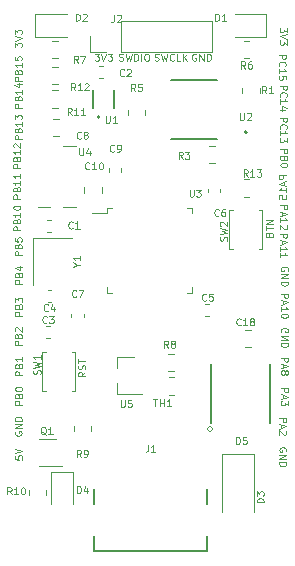
<source format=gbr>
%TF.GenerationSoftware,KiCad,Pcbnew,(5.1.12)-1*%
%TF.CreationDate,2021-12-27T17:53:29+01:00*%
%TF.ProjectId,stm32l-mcu-board,73746d33-326c-42d6-9d63-752d626f6172,rev?*%
%TF.SameCoordinates,Original*%
%TF.FileFunction,Legend,Top*%
%TF.FilePolarity,Positive*%
%FSLAX46Y46*%
G04 Gerber Fmt 4.6, Leading zero omitted, Abs format (unit mm)*
G04 Created by KiCad (PCBNEW (5.1.12)-1) date 2021-12-27 17:53:29*
%MOMM*%
%LPD*%
G01*
G04 APERTURE LIST*
%ADD10C,0.075000*%
%ADD11C,0.120000*%
%ADD12C,0.100000*%
%ADD13C,0.127000*%
%ADD14C,0.200000*%
%ADD15C,0.160000*%
%ADD16C,0.070000*%
G04 APERTURE END LIST*
D10*
X95657142Y-59071428D02*
X96028571Y-59071428D01*
X95828571Y-59300000D01*
X95914285Y-59300000D01*
X95971428Y-59328571D01*
X96000000Y-59357142D01*
X96028571Y-59414285D01*
X96028571Y-59557142D01*
X96000000Y-59614285D01*
X95971428Y-59642857D01*
X95914285Y-59671428D01*
X95742857Y-59671428D01*
X95685714Y-59642857D01*
X95657142Y-59614285D01*
X96200000Y-59071428D02*
X96400000Y-59671428D01*
X96600000Y-59071428D01*
X96742857Y-59071428D02*
X97114285Y-59071428D01*
X96914285Y-59300000D01*
X97000000Y-59300000D01*
X97057142Y-59328571D01*
X97085714Y-59357142D01*
X97114285Y-59414285D01*
X97114285Y-59557142D01*
X97085714Y-59614285D01*
X97057142Y-59642857D01*
X97000000Y-59671428D01*
X96828571Y-59671428D01*
X96771428Y-59642857D01*
X96742857Y-59614285D01*
X97728571Y-59642857D02*
X97814285Y-59671428D01*
X97957142Y-59671428D01*
X98014285Y-59642857D01*
X98042857Y-59614285D01*
X98071428Y-59557142D01*
X98071428Y-59500000D01*
X98042857Y-59442857D01*
X98014285Y-59414285D01*
X97957142Y-59385714D01*
X97842857Y-59357142D01*
X97785714Y-59328571D01*
X97757142Y-59300000D01*
X97728571Y-59242857D01*
X97728571Y-59185714D01*
X97757142Y-59128571D01*
X97785714Y-59100000D01*
X97842857Y-59071428D01*
X97985714Y-59071428D01*
X98071428Y-59100000D01*
X98271428Y-59071428D02*
X98414285Y-59671428D01*
X98528571Y-59242857D01*
X98642857Y-59671428D01*
X98785714Y-59071428D01*
X99014285Y-59671428D02*
X99014285Y-59071428D01*
X99157142Y-59071428D01*
X99242857Y-59100000D01*
X99300000Y-59157142D01*
X99328571Y-59214285D01*
X99357142Y-59328571D01*
X99357142Y-59414285D01*
X99328571Y-59528571D01*
X99300000Y-59585714D01*
X99242857Y-59642857D01*
X99157142Y-59671428D01*
X99014285Y-59671428D01*
X99614285Y-59671428D02*
X99614285Y-59071428D01*
X100014285Y-59071428D02*
X100128571Y-59071428D01*
X100185714Y-59100000D01*
X100242857Y-59157142D01*
X100271428Y-59271428D01*
X100271428Y-59471428D01*
X100242857Y-59585714D01*
X100185714Y-59642857D01*
X100128571Y-59671428D01*
X100014285Y-59671428D01*
X99957142Y-59642857D01*
X99900000Y-59585714D01*
X99871428Y-59471428D01*
X99871428Y-59271428D01*
X99900000Y-59157142D01*
X99957142Y-59100000D01*
X100014285Y-59071428D01*
X100742857Y-59642857D02*
X100828571Y-59671428D01*
X100971428Y-59671428D01*
X101028571Y-59642857D01*
X101057142Y-59614285D01*
X101085714Y-59557142D01*
X101085714Y-59500000D01*
X101057142Y-59442857D01*
X101028571Y-59414285D01*
X100971428Y-59385714D01*
X100857142Y-59357142D01*
X100800000Y-59328571D01*
X100771428Y-59300000D01*
X100742857Y-59242857D01*
X100742857Y-59185714D01*
X100771428Y-59128571D01*
X100800000Y-59100000D01*
X100857142Y-59071428D01*
X101000000Y-59071428D01*
X101085714Y-59100000D01*
X101285714Y-59071428D02*
X101428571Y-59671428D01*
X101542857Y-59242857D01*
X101657142Y-59671428D01*
X101800000Y-59071428D01*
X102371428Y-59614285D02*
X102342857Y-59642857D01*
X102257142Y-59671428D01*
X102200000Y-59671428D01*
X102114285Y-59642857D01*
X102057142Y-59585714D01*
X102028571Y-59528571D01*
X102000000Y-59414285D01*
X102000000Y-59328571D01*
X102028571Y-59214285D01*
X102057142Y-59157142D01*
X102114285Y-59100000D01*
X102200000Y-59071428D01*
X102257142Y-59071428D01*
X102342857Y-59100000D01*
X102371428Y-59128571D01*
X102914285Y-59671428D02*
X102628571Y-59671428D01*
X102628571Y-59071428D01*
X103114285Y-59671428D02*
X103114285Y-59071428D01*
X103457142Y-59671428D02*
X103200000Y-59328571D01*
X103457142Y-59071428D02*
X103114285Y-59414285D01*
X104242857Y-59100000D02*
X104185714Y-59071428D01*
X104100000Y-59071428D01*
X104014285Y-59100000D01*
X103957142Y-59157142D01*
X103928571Y-59214285D01*
X103900000Y-59328571D01*
X103900000Y-59414285D01*
X103928571Y-59528571D01*
X103957142Y-59585714D01*
X104014285Y-59642857D01*
X104100000Y-59671428D01*
X104157142Y-59671428D01*
X104242857Y-59642857D01*
X104271428Y-59614285D01*
X104271428Y-59414285D01*
X104157142Y-59414285D01*
X104528571Y-59671428D02*
X104528571Y-59071428D01*
X104871428Y-59671428D01*
X104871428Y-59071428D01*
X105157142Y-59671428D02*
X105157142Y-59071428D01*
X105300000Y-59071428D01*
X105385714Y-59100000D01*
X105442857Y-59157142D01*
X105471428Y-59214285D01*
X105500000Y-59328571D01*
X105500000Y-59414285D01*
X105471428Y-59528571D01*
X105442857Y-59585714D01*
X105385714Y-59642857D01*
X105300000Y-59671428D01*
X105157142Y-59671428D01*
X110407142Y-74350000D02*
X110435714Y-74264285D01*
X110464285Y-74235714D01*
X110521428Y-74207142D01*
X110607142Y-74207142D01*
X110664285Y-74235714D01*
X110692857Y-74264285D01*
X110721428Y-74321428D01*
X110721428Y-74550000D01*
X110121428Y-74550000D01*
X110121428Y-74350000D01*
X110150000Y-74292857D01*
X110178571Y-74264285D01*
X110235714Y-74235714D01*
X110292857Y-74235714D01*
X110350000Y-74264285D01*
X110378571Y-74292857D01*
X110407142Y-74350000D01*
X110407142Y-74550000D01*
X110121428Y-74035714D02*
X110121428Y-73692857D01*
X110721428Y-73864285D02*
X110121428Y-73864285D01*
X110721428Y-73492857D02*
X110121428Y-73492857D01*
X110721428Y-73150000D01*
X110121428Y-73150000D01*
X94871428Y-86028571D02*
X94585714Y-86228571D01*
X94871428Y-86371428D02*
X94271428Y-86371428D01*
X94271428Y-86142857D01*
X94300000Y-86085714D01*
X94328571Y-86057142D01*
X94385714Y-86028571D01*
X94471428Y-86028571D01*
X94528571Y-86057142D01*
X94557142Y-86085714D01*
X94585714Y-86142857D01*
X94585714Y-86371428D01*
X94842857Y-85800000D02*
X94871428Y-85714285D01*
X94871428Y-85571428D01*
X94842857Y-85514285D01*
X94814285Y-85485714D01*
X94757142Y-85457142D01*
X94700000Y-85457142D01*
X94642857Y-85485714D01*
X94614285Y-85514285D01*
X94585714Y-85571428D01*
X94557142Y-85685714D01*
X94528571Y-85742857D01*
X94500000Y-85771428D01*
X94442857Y-85800000D01*
X94385714Y-85800000D01*
X94328571Y-85771428D01*
X94300000Y-85742857D01*
X94271428Y-85685714D01*
X94271428Y-85542857D01*
X94300000Y-85457142D01*
X94271428Y-85285714D02*
X94271428Y-84942857D01*
X94871428Y-85114285D02*
X94271428Y-85114285D01*
X88871428Y-58492857D02*
X88871428Y-58121428D01*
X89100000Y-58321428D01*
X89100000Y-58235714D01*
X89128571Y-58178571D01*
X89157142Y-58150000D01*
X89214285Y-58121428D01*
X89357142Y-58121428D01*
X89414285Y-58150000D01*
X89442857Y-58178571D01*
X89471428Y-58235714D01*
X89471428Y-58407142D01*
X89442857Y-58464285D01*
X89414285Y-58492857D01*
X88871428Y-57950000D02*
X89471428Y-57750000D01*
X88871428Y-57550000D01*
X88871428Y-57407142D02*
X88871428Y-57035714D01*
X89100000Y-57235714D01*
X89100000Y-57150000D01*
X89128571Y-57092857D01*
X89157142Y-57064285D01*
X89214285Y-57035714D01*
X89357142Y-57035714D01*
X89414285Y-57064285D01*
X89442857Y-57092857D01*
X89471428Y-57150000D01*
X89471428Y-57321428D01*
X89442857Y-57378571D01*
X89414285Y-57407142D01*
X89471428Y-61378571D02*
X88871428Y-61378571D01*
X88871428Y-61150000D01*
X88900000Y-61092857D01*
X88928571Y-61064285D01*
X88985714Y-61035714D01*
X89071428Y-61035714D01*
X89128571Y-61064285D01*
X89157142Y-61092857D01*
X89185714Y-61150000D01*
X89185714Y-61378571D01*
X89157142Y-60578571D02*
X89185714Y-60492857D01*
X89214285Y-60464285D01*
X89271428Y-60435714D01*
X89357142Y-60435714D01*
X89414285Y-60464285D01*
X89442857Y-60492857D01*
X89471428Y-60550000D01*
X89471428Y-60778571D01*
X88871428Y-60778571D01*
X88871428Y-60578571D01*
X88900000Y-60521428D01*
X88928571Y-60492857D01*
X88985714Y-60464285D01*
X89042857Y-60464285D01*
X89100000Y-60492857D01*
X89128571Y-60521428D01*
X89157142Y-60578571D01*
X89157142Y-60778571D01*
X89471428Y-59864285D02*
X89471428Y-60207142D01*
X89471428Y-60035714D02*
X88871428Y-60035714D01*
X88957142Y-60092857D01*
X89014285Y-60150000D01*
X89042857Y-60207142D01*
X88871428Y-59321428D02*
X88871428Y-59607142D01*
X89157142Y-59635714D01*
X89128571Y-59607142D01*
X89100000Y-59550000D01*
X89100000Y-59407142D01*
X89128571Y-59350000D01*
X89157142Y-59321428D01*
X89214285Y-59292857D01*
X89357142Y-59292857D01*
X89414285Y-59321428D01*
X89442857Y-59350000D01*
X89471428Y-59407142D01*
X89471428Y-59550000D01*
X89442857Y-59607142D01*
X89414285Y-59635714D01*
X89471428Y-63628571D02*
X88871428Y-63628571D01*
X88871428Y-63400000D01*
X88900000Y-63342857D01*
X88928571Y-63314285D01*
X88985714Y-63285714D01*
X89071428Y-63285714D01*
X89128571Y-63314285D01*
X89157142Y-63342857D01*
X89185714Y-63400000D01*
X89185714Y-63628571D01*
X89157142Y-62828571D02*
X89185714Y-62742857D01*
X89214285Y-62714285D01*
X89271428Y-62685714D01*
X89357142Y-62685714D01*
X89414285Y-62714285D01*
X89442857Y-62742857D01*
X89471428Y-62800000D01*
X89471428Y-63028571D01*
X88871428Y-63028571D01*
X88871428Y-62828571D01*
X88900000Y-62771428D01*
X88928571Y-62742857D01*
X88985714Y-62714285D01*
X89042857Y-62714285D01*
X89100000Y-62742857D01*
X89128571Y-62771428D01*
X89157142Y-62828571D01*
X89157142Y-63028571D01*
X89471428Y-62114285D02*
X89471428Y-62457142D01*
X89471428Y-62285714D02*
X88871428Y-62285714D01*
X88957142Y-62342857D01*
X89014285Y-62400000D01*
X89042857Y-62457142D01*
X89071428Y-61600000D02*
X89471428Y-61600000D01*
X88842857Y-61742857D02*
X89271428Y-61885714D01*
X89271428Y-61514285D01*
X89471428Y-66328571D02*
X88871428Y-66328571D01*
X88871428Y-66100000D01*
X88900000Y-66042857D01*
X88928571Y-66014285D01*
X88985714Y-65985714D01*
X89071428Y-65985714D01*
X89128571Y-66014285D01*
X89157142Y-66042857D01*
X89185714Y-66100000D01*
X89185714Y-66328571D01*
X89157142Y-65528571D02*
X89185714Y-65442857D01*
X89214285Y-65414285D01*
X89271428Y-65385714D01*
X89357142Y-65385714D01*
X89414285Y-65414285D01*
X89442857Y-65442857D01*
X89471428Y-65500000D01*
X89471428Y-65728571D01*
X88871428Y-65728571D01*
X88871428Y-65528571D01*
X88900000Y-65471428D01*
X88928571Y-65442857D01*
X88985714Y-65414285D01*
X89042857Y-65414285D01*
X89100000Y-65442857D01*
X89128571Y-65471428D01*
X89157142Y-65528571D01*
X89157142Y-65728571D01*
X89471428Y-64814285D02*
X89471428Y-65157142D01*
X89471428Y-64985714D02*
X88871428Y-64985714D01*
X88957142Y-65042857D01*
X89014285Y-65100000D01*
X89042857Y-65157142D01*
X88871428Y-64614285D02*
X88871428Y-64242857D01*
X89100000Y-64442857D01*
X89100000Y-64357142D01*
X89128571Y-64300000D01*
X89157142Y-64271428D01*
X89214285Y-64242857D01*
X89357142Y-64242857D01*
X89414285Y-64271428D01*
X89442857Y-64300000D01*
X89471428Y-64357142D01*
X89471428Y-64528571D01*
X89442857Y-64585714D01*
X89414285Y-64614285D01*
X89371428Y-68728571D02*
X88771428Y-68728571D01*
X88771428Y-68500000D01*
X88800000Y-68442857D01*
X88828571Y-68414285D01*
X88885714Y-68385714D01*
X88971428Y-68385714D01*
X89028571Y-68414285D01*
X89057142Y-68442857D01*
X89085714Y-68500000D01*
X89085714Y-68728571D01*
X89057142Y-67928571D02*
X89085714Y-67842857D01*
X89114285Y-67814285D01*
X89171428Y-67785714D01*
X89257142Y-67785714D01*
X89314285Y-67814285D01*
X89342857Y-67842857D01*
X89371428Y-67900000D01*
X89371428Y-68128571D01*
X88771428Y-68128571D01*
X88771428Y-67928571D01*
X88800000Y-67871428D01*
X88828571Y-67842857D01*
X88885714Y-67814285D01*
X88942857Y-67814285D01*
X89000000Y-67842857D01*
X89028571Y-67871428D01*
X89057142Y-67928571D01*
X89057142Y-68128571D01*
X89371428Y-67214285D02*
X89371428Y-67557142D01*
X89371428Y-67385714D02*
X88771428Y-67385714D01*
X88857142Y-67442857D01*
X88914285Y-67500000D01*
X88942857Y-67557142D01*
X88828571Y-66985714D02*
X88800000Y-66957142D01*
X88771428Y-66900000D01*
X88771428Y-66757142D01*
X88800000Y-66700000D01*
X88828571Y-66671428D01*
X88885714Y-66642857D01*
X88942857Y-66642857D01*
X89028571Y-66671428D01*
X89371428Y-67014285D01*
X89371428Y-66642857D01*
X89371428Y-71328571D02*
X88771428Y-71328571D01*
X88771428Y-71100000D01*
X88800000Y-71042857D01*
X88828571Y-71014285D01*
X88885714Y-70985714D01*
X88971428Y-70985714D01*
X89028571Y-71014285D01*
X89057142Y-71042857D01*
X89085714Y-71100000D01*
X89085714Y-71328571D01*
X89057142Y-70528571D02*
X89085714Y-70442857D01*
X89114285Y-70414285D01*
X89171428Y-70385714D01*
X89257142Y-70385714D01*
X89314285Y-70414285D01*
X89342857Y-70442857D01*
X89371428Y-70500000D01*
X89371428Y-70728571D01*
X88771428Y-70728571D01*
X88771428Y-70528571D01*
X88800000Y-70471428D01*
X88828571Y-70442857D01*
X88885714Y-70414285D01*
X88942857Y-70414285D01*
X89000000Y-70442857D01*
X89028571Y-70471428D01*
X89057142Y-70528571D01*
X89057142Y-70728571D01*
X89371428Y-69814285D02*
X89371428Y-70157142D01*
X89371428Y-69985714D02*
X88771428Y-69985714D01*
X88857142Y-70042857D01*
X88914285Y-70100000D01*
X88942857Y-70157142D01*
X89371428Y-69242857D02*
X89371428Y-69585714D01*
X89371428Y-69414285D02*
X88771428Y-69414285D01*
X88857142Y-69471428D01*
X88914285Y-69528571D01*
X88942857Y-69585714D01*
X89371428Y-74028571D02*
X88771428Y-74028571D01*
X88771428Y-73800000D01*
X88800000Y-73742857D01*
X88828571Y-73714285D01*
X88885714Y-73685714D01*
X88971428Y-73685714D01*
X89028571Y-73714285D01*
X89057142Y-73742857D01*
X89085714Y-73800000D01*
X89085714Y-74028571D01*
X89057142Y-73228571D02*
X89085714Y-73142857D01*
X89114285Y-73114285D01*
X89171428Y-73085714D01*
X89257142Y-73085714D01*
X89314285Y-73114285D01*
X89342857Y-73142857D01*
X89371428Y-73200000D01*
X89371428Y-73428571D01*
X88771428Y-73428571D01*
X88771428Y-73228571D01*
X88800000Y-73171428D01*
X88828571Y-73142857D01*
X88885714Y-73114285D01*
X88942857Y-73114285D01*
X89000000Y-73142857D01*
X89028571Y-73171428D01*
X89057142Y-73228571D01*
X89057142Y-73428571D01*
X89371428Y-72514285D02*
X89371428Y-72857142D01*
X89371428Y-72685714D02*
X88771428Y-72685714D01*
X88857142Y-72742857D01*
X88914285Y-72800000D01*
X88942857Y-72857142D01*
X88771428Y-72142857D02*
X88771428Y-72085714D01*
X88800000Y-72028571D01*
X88828571Y-72000000D01*
X88885714Y-71971428D01*
X89000000Y-71942857D01*
X89142857Y-71942857D01*
X89257142Y-71971428D01*
X89314285Y-72000000D01*
X89342857Y-72028571D01*
X89371428Y-72085714D01*
X89371428Y-72142857D01*
X89342857Y-72200000D01*
X89314285Y-72228571D01*
X89257142Y-72257142D01*
X89142857Y-72285714D01*
X89000000Y-72285714D01*
X88885714Y-72257142D01*
X88828571Y-72228571D01*
X88800000Y-72200000D01*
X88771428Y-72142857D01*
X89471428Y-76142857D02*
X88871428Y-76142857D01*
X88871428Y-75914285D01*
X88900000Y-75857142D01*
X88928571Y-75828571D01*
X88985714Y-75800000D01*
X89071428Y-75800000D01*
X89128571Y-75828571D01*
X89157142Y-75857142D01*
X89185714Y-75914285D01*
X89185714Y-76142857D01*
X89157142Y-75342857D02*
X89185714Y-75257142D01*
X89214285Y-75228571D01*
X89271428Y-75200000D01*
X89357142Y-75200000D01*
X89414285Y-75228571D01*
X89442857Y-75257142D01*
X89471428Y-75314285D01*
X89471428Y-75542857D01*
X88871428Y-75542857D01*
X88871428Y-75342857D01*
X88900000Y-75285714D01*
X88928571Y-75257142D01*
X88985714Y-75228571D01*
X89042857Y-75228571D01*
X89100000Y-75257142D01*
X89128571Y-75285714D01*
X89157142Y-75342857D01*
X89157142Y-75542857D01*
X88871428Y-74657142D02*
X88871428Y-74942857D01*
X89157142Y-74971428D01*
X89128571Y-74942857D01*
X89100000Y-74885714D01*
X89100000Y-74742857D01*
X89128571Y-74685714D01*
X89157142Y-74657142D01*
X89214285Y-74628571D01*
X89357142Y-74628571D01*
X89414285Y-74657142D01*
X89442857Y-74685714D01*
X89471428Y-74742857D01*
X89471428Y-74885714D01*
X89442857Y-74942857D01*
X89414285Y-74971428D01*
X89521428Y-78542857D02*
X88921428Y-78542857D01*
X88921428Y-78314285D01*
X88950000Y-78257142D01*
X88978571Y-78228571D01*
X89035714Y-78200000D01*
X89121428Y-78200000D01*
X89178571Y-78228571D01*
X89207142Y-78257142D01*
X89235714Y-78314285D01*
X89235714Y-78542857D01*
X89207142Y-77742857D02*
X89235714Y-77657142D01*
X89264285Y-77628571D01*
X89321428Y-77600000D01*
X89407142Y-77600000D01*
X89464285Y-77628571D01*
X89492857Y-77657142D01*
X89521428Y-77714285D01*
X89521428Y-77942857D01*
X88921428Y-77942857D01*
X88921428Y-77742857D01*
X88950000Y-77685714D01*
X88978571Y-77657142D01*
X89035714Y-77628571D01*
X89092857Y-77628571D01*
X89150000Y-77657142D01*
X89178571Y-77685714D01*
X89207142Y-77742857D01*
X89207142Y-77942857D01*
X89121428Y-77085714D02*
X89521428Y-77085714D01*
X88892857Y-77228571D02*
X89321428Y-77371428D01*
X89321428Y-77000000D01*
X89521428Y-81242857D02*
X88921428Y-81242857D01*
X88921428Y-81014285D01*
X88950000Y-80957142D01*
X88978571Y-80928571D01*
X89035714Y-80900000D01*
X89121428Y-80900000D01*
X89178571Y-80928571D01*
X89207142Y-80957142D01*
X89235714Y-81014285D01*
X89235714Y-81242857D01*
X89207142Y-80442857D02*
X89235714Y-80357142D01*
X89264285Y-80328571D01*
X89321428Y-80300000D01*
X89407142Y-80300000D01*
X89464285Y-80328571D01*
X89492857Y-80357142D01*
X89521428Y-80414285D01*
X89521428Y-80642857D01*
X88921428Y-80642857D01*
X88921428Y-80442857D01*
X88950000Y-80385714D01*
X88978571Y-80357142D01*
X89035714Y-80328571D01*
X89092857Y-80328571D01*
X89150000Y-80357142D01*
X89178571Y-80385714D01*
X89207142Y-80442857D01*
X89207142Y-80642857D01*
X88921428Y-80100000D02*
X88921428Y-79728571D01*
X89150000Y-79928571D01*
X89150000Y-79842857D01*
X89178571Y-79785714D01*
X89207142Y-79757142D01*
X89264285Y-79728571D01*
X89407142Y-79728571D01*
X89464285Y-79757142D01*
X89492857Y-79785714D01*
X89521428Y-79842857D01*
X89521428Y-80014285D01*
X89492857Y-80071428D01*
X89464285Y-80100000D01*
X89471428Y-83742857D02*
X88871428Y-83742857D01*
X88871428Y-83514285D01*
X88900000Y-83457142D01*
X88928571Y-83428571D01*
X88985714Y-83400000D01*
X89071428Y-83400000D01*
X89128571Y-83428571D01*
X89157142Y-83457142D01*
X89185714Y-83514285D01*
X89185714Y-83742857D01*
X89157142Y-82942857D02*
X89185714Y-82857142D01*
X89214285Y-82828571D01*
X89271428Y-82800000D01*
X89357142Y-82800000D01*
X89414285Y-82828571D01*
X89442857Y-82857142D01*
X89471428Y-82914285D01*
X89471428Y-83142857D01*
X88871428Y-83142857D01*
X88871428Y-82942857D01*
X88900000Y-82885714D01*
X88928571Y-82857142D01*
X88985714Y-82828571D01*
X89042857Y-82828571D01*
X89100000Y-82857142D01*
X89128571Y-82885714D01*
X89157142Y-82942857D01*
X89157142Y-83142857D01*
X88928571Y-82571428D02*
X88900000Y-82542857D01*
X88871428Y-82485714D01*
X88871428Y-82342857D01*
X88900000Y-82285714D01*
X88928571Y-82257142D01*
X88985714Y-82228571D01*
X89042857Y-82228571D01*
X89128571Y-82257142D01*
X89471428Y-82600000D01*
X89471428Y-82228571D01*
X89521428Y-86292857D02*
X88921428Y-86292857D01*
X88921428Y-86064285D01*
X88950000Y-86007142D01*
X88978571Y-85978571D01*
X89035714Y-85950000D01*
X89121428Y-85950000D01*
X89178571Y-85978571D01*
X89207142Y-86007142D01*
X89235714Y-86064285D01*
X89235714Y-86292857D01*
X89207142Y-85492857D02*
X89235714Y-85407142D01*
X89264285Y-85378571D01*
X89321428Y-85350000D01*
X89407142Y-85350000D01*
X89464285Y-85378571D01*
X89492857Y-85407142D01*
X89521428Y-85464285D01*
X89521428Y-85692857D01*
X88921428Y-85692857D01*
X88921428Y-85492857D01*
X88950000Y-85435714D01*
X88978571Y-85407142D01*
X89035714Y-85378571D01*
X89092857Y-85378571D01*
X89150000Y-85407142D01*
X89178571Y-85435714D01*
X89207142Y-85492857D01*
X89207142Y-85692857D01*
X89521428Y-84778571D02*
X89521428Y-85121428D01*
X89521428Y-84950000D02*
X88921428Y-84950000D01*
X89007142Y-85007142D01*
X89064285Y-85064285D01*
X89092857Y-85121428D01*
X89521428Y-88792857D02*
X88921428Y-88792857D01*
X88921428Y-88564285D01*
X88950000Y-88507142D01*
X88978571Y-88478571D01*
X89035714Y-88450000D01*
X89121428Y-88450000D01*
X89178571Y-88478571D01*
X89207142Y-88507142D01*
X89235714Y-88564285D01*
X89235714Y-88792857D01*
X89207142Y-87992857D02*
X89235714Y-87907142D01*
X89264285Y-87878571D01*
X89321428Y-87850000D01*
X89407142Y-87850000D01*
X89464285Y-87878571D01*
X89492857Y-87907142D01*
X89521428Y-87964285D01*
X89521428Y-88192857D01*
X88921428Y-88192857D01*
X88921428Y-87992857D01*
X88950000Y-87935714D01*
X88978571Y-87907142D01*
X89035714Y-87878571D01*
X89092857Y-87878571D01*
X89150000Y-87907142D01*
X89178571Y-87935714D01*
X89207142Y-87992857D01*
X89207142Y-88192857D01*
X88921428Y-87478571D02*
X88921428Y-87421428D01*
X88950000Y-87364285D01*
X88978571Y-87335714D01*
X89035714Y-87307142D01*
X89150000Y-87278571D01*
X89292857Y-87278571D01*
X89407142Y-87307142D01*
X89464285Y-87335714D01*
X89492857Y-87364285D01*
X89521428Y-87421428D01*
X89521428Y-87478571D01*
X89492857Y-87535714D01*
X89464285Y-87564285D01*
X89407142Y-87592857D01*
X89292857Y-87621428D01*
X89150000Y-87621428D01*
X89035714Y-87592857D01*
X88978571Y-87564285D01*
X88950000Y-87535714D01*
X88921428Y-87478571D01*
X88900000Y-91057142D02*
X88871428Y-91114285D01*
X88871428Y-91200000D01*
X88900000Y-91285714D01*
X88957142Y-91342857D01*
X89014285Y-91371428D01*
X89128571Y-91400000D01*
X89214285Y-91400000D01*
X89328571Y-91371428D01*
X89385714Y-91342857D01*
X89442857Y-91285714D01*
X89471428Y-91200000D01*
X89471428Y-91142857D01*
X89442857Y-91057142D01*
X89414285Y-91028571D01*
X89214285Y-91028571D01*
X89214285Y-91142857D01*
X89471428Y-90771428D02*
X88871428Y-90771428D01*
X89471428Y-90428571D01*
X88871428Y-90428571D01*
X89471428Y-90142857D02*
X88871428Y-90142857D01*
X88871428Y-90000000D01*
X88900000Y-89914285D01*
X88957142Y-89857142D01*
X89014285Y-89828571D01*
X89128571Y-89800000D01*
X89214285Y-89800000D01*
X89328571Y-89828571D01*
X89385714Y-89857142D01*
X89442857Y-89914285D01*
X89471428Y-90000000D01*
X89471428Y-90142857D01*
X88921428Y-93114285D02*
X88921428Y-93400000D01*
X89207142Y-93428571D01*
X89178571Y-93400000D01*
X89150000Y-93342857D01*
X89150000Y-93200000D01*
X89178571Y-93142857D01*
X89207142Y-93114285D01*
X89264285Y-93085714D01*
X89407142Y-93085714D01*
X89464285Y-93114285D01*
X89492857Y-93142857D01*
X89521428Y-93200000D01*
X89521428Y-93342857D01*
X89492857Y-93400000D01*
X89464285Y-93428571D01*
X88921428Y-92914285D02*
X89521428Y-92714285D01*
X88921428Y-92514285D01*
X111850000Y-92742857D02*
X111878571Y-92685714D01*
X111878571Y-92600000D01*
X111850000Y-92514285D01*
X111792857Y-92457142D01*
X111735714Y-92428571D01*
X111621428Y-92400000D01*
X111535714Y-92400000D01*
X111421428Y-92428571D01*
X111364285Y-92457142D01*
X111307142Y-92514285D01*
X111278571Y-92600000D01*
X111278571Y-92657142D01*
X111307142Y-92742857D01*
X111335714Y-92771428D01*
X111535714Y-92771428D01*
X111535714Y-92657142D01*
X111278571Y-93028571D02*
X111878571Y-93028571D01*
X111278571Y-93371428D01*
X111878571Y-93371428D01*
X111278571Y-93657142D02*
X111878571Y-93657142D01*
X111878571Y-93800000D01*
X111850000Y-93885714D01*
X111792857Y-93942857D01*
X111735714Y-93971428D01*
X111621428Y-94000000D01*
X111535714Y-94000000D01*
X111421428Y-93971428D01*
X111364285Y-93942857D01*
X111307142Y-93885714D01*
X111278571Y-93800000D01*
X111278571Y-93657142D01*
X111278571Y-89900000D02*
X111878571Y-89900000D01*
X111878571Y-90128571D01*
X111850000Y-90185714D01*
X111821428Y-90214285D01*
X111764285Y-90242857D01*
X111678571Y-90242857D01*
X111621428Y-90214285D01*
X111592857Y-90185714D01*
X111564285Y-90128571D01*
X111564285Y-89900000D01*
X111450000Y-90471428D02*
X111450000Y-90757142D01*
X111278571Y-90414285D02*
X111878571Y-90614285D01*
X111278571Y-90814285D01*
X111821428Y-90985714D02*
X111850000Y-91014285D01*
X111878571Y-91071428D01*
X111878571Y-91214285D01*
X111850000Y-91271428D01*
X111821428Y-91300000D01*
X111764285Y-91328571D01*
X111707142Y-91328571D01*
X111621428Y-91300000D01*
X111278571Y-90957142D01*
X111278571Y-91328571D01*
X111428571Y-87400000D02*
X112028571Y-87400000D01*
X112028571Y-87628571D01*
X112000000Y-87685714D01*
X111971428Y-87714285D01*
X111914285Y-87742857D01*
X111828571Y-87742857D01*
X111771428Y-87714285D01*
X111742857Y-87685714D01*
X111714285Y-87628571D01*
X111714285Y-87400000D01*
X111600000Y-87971428D02*
X111600000Y-88257142D01*
X111428571Y-87914285D02*
X112028571Y-88114285D01*
X111428571Y-88314285D01*
X112028571Y-88457142D02*
X112028571Y-88828571D01*
X111800000Y-88628571D01*
X111800000Y-88714285D01*
X111771428Y-88771428D01*
X111742857Y-88800000D01*
X111685714Y-88828571D01*
X111542857Y-88828571D01*
X111485714Y-88800000D01*
X111457142Y-88771428D01*
X111428571Y-88714285D01*
X111428571Y-88542857D01*
X111457142Y-88485714D01*
X111485714Y-88457142D01*
X111428571Y-84800000D02*
X112028571Y-84800000D01*
X112028571Y-85028571D01*
X112000000Y-85085714D01*
X111971428Y-85114285D01*
X111914285Y-85142857D01*
X111828571Y-85142857D01*
X111771428Y-85114285D01*
X111742857Y-85085714D01*
X111714285Y-85028571D01*
X111714285Y-84800000D01*
X111600000Y-85371428D02*
X111600000Y-85657142D01*
X111428571Y-85314285D02*
X112028571Y-85514285D01*
X111428571Y-85714285D01*
X111771428Y-86000000D02*
X111800000Y-85942857D01*
X111828571Y-85914285D01*
X111885714Y-85885714D01*
X111914285Y-85885714D01*
X111971428Y-85914285D01*
X112000000Y-85942857D01*
X112028571Y-86000000D01*
X112028571Y-86114285D01*
X112000000Y-86171428D01*
X111971428Y-86200000D01*
X111914285Y-86228571D01*
X111885714Y-86228571D01*
X111828571Y-86200000D01*
X111800000Y-86171428D01*
X111771428Y-86114285D01*
X111771428Y-86000000D01*
X111742857Y-85942857D01*
X111714285Y-85914285D01*
X111657142Y-85885714D01*
X111542857Y-85885714D01*
X111485714Y-85914285D01*
X111457142Y-85942857D01*
X111428571Y-86000000D01*
X111428571Y-86114285D01*
X111457142Y-86171428D01*
X111485714Y-86200000D01*
X111542857Y-86228571D01*
X111657142Y-86228571D01*
X111714285Y-86200000D01*
X111742857Y-86171428D01*
X111771428Y-86114285D01*
X111450000Y-82642857D02*
X111421428Y-82585714D01*
X111421428Y-82500000D01*
X111450000Y-82414285D01*
X111507142Y-82357142D01*
X111564285Y-82328571D01*
X111678571Y-82300000D01*
X111764285Y-82300000D01*
X111878571Y-82328571D01*
X111935714Y-82357142D01*
X111992857Y-82414285D01*
X112021428Y-82500000D01*
X112021428Y-82557142D01*
X111992857Y-82642857D01*
X111964285Y-82671428D01*
X111764285Y-82671428D01*
X111764285Y-82557142D01*
X112021428Y-82928571D02*
X111421428Y-82928571D01*
X112021428Y-83271428D01*
X111421428Y-83271428D01*
X112021428Y-83557142D02*
X111421428Y-83557142D01*
X111421428Y-83700000D01*
X111450000Y-83785714D01*
X111507142Y-83842857D01*
X111564285Y-83871428D01*
X111678571Y-83900000D01*
X111764285Y-83900000D01*
X111878571Y-83871428D01*
X111935714Y-83842857D01*
X111992857Y-83785714D01*
X112021428Y-83700000D01*
X112021428Y-83557142D01*
X111428571Y-79414285D02*
X112028571Y-79414285D01*
X112028571Y-79642857D01*
X112000000Y-79700000D01*
X111971428Y-79728571D01*
X111914285Y-79757142D01*
X111828571Y-79757142D01*
X111771428Y-79728571D01*
X111742857Y-79700000D01*
X111714285Y-79642857D01*
X111714285Y-79414285D01*
X111600000Y-79985714D02*
X111600000Y-80271428D01*
X111428571Y-79928571D02*
X112028571Y-80128571D01*
X111428571Y-80328571D01*
X111428571Y-80842857D02*
X111428571Y-80500000D01*
X111428571Y-80671428D02*
X112028571Y-80671428D01*
X111942857Y-80614285D01*
X111885714Y-80557142D01*
X111857142Y-80500000D01*
X112028571Y-81214285D02*
X112028571Y-81271428D01*
X112000000Y-81328571D01*
X111971428Y-81357142D01*
X111914285Y-81385714D01*
X111800000Y-81414285D01*
X111657142Y-81414285D01*
X111542857Y-81385714D01*
X111485714Y-81357142D01*
X111457142Y-81328571D01*
X111428571Y-81271428D01*
X111428571Y-81214285D01*
X111457142Y-81157142D01*
X111485714Y-81128571D01*
X111542857Y-81100000D01*
X111657142Y-81071428D01*
X111800000Y-81071428D01*
X111914285Y-81100000D01*
X111971428Y-81128571D01*
X112000000Y-81157142D01*
X112028571Y-81214285D01*
X112000000Y-77442857D02*
X112028571Y-77385714D01*
X112028571Y-77300000D01*
X112000000Y-77214285D01*
X111942857Y-77157142D01*
X111885714Y-77128571D01*
X111771428Y-77100000D01*
X111685714Y-77100000D01*
X111571428Y-77128571D01*
X111514285Y-77157142D01*
X111457142Y-77214285D01*
X111428571Y-77300000D01*
X111428571Y-77357142D01*
X111457142Y-77442857D01*
X111485714Y-77471428D01*
X111685714Y-77471428D01*
X111685714Y-77357142D01*
X111428571Y-77728571D02*
X112028571Y-77728571D01*
X111428571Y-78071428D01*
X112028571Y-78071428D01*
X111428571Y-78357142D02*
X112028571Y-78357142D01*
X112028571Y-78500000D01*
X112000000Y-78585714D01*
X111942857Y-78642857D01*
X111885714Y-78671428D01*
X111771428Y-78700000D01*
X111685714Y-78700000D01*
X111571428Y-78671428D01*
X111514285Y-78642857D01*
X111457142Y-78585714D01*
X111428571Y-78500000D01*
X111428571Y-78357142D01*
X111328571Y-74314285D02*
X111928571Y-74314285D01*
X111928571Y-74542857D01*
X111900000Y-74600000D01*
X111871428Y-74628571D01*
X111814285Y-74657142D01*
X111728571Y-74657142D01*
X111671428Y-74628571D01*
X111642857Y-74600000D01*
X111614285Y-74542857D01*
X111614285Y-74314285D01*
X111500000Y-74885714D02*
X111500000Y-75171428D01*
X111328571Y-74828571D02*
X111928571Y-75028571D01*
X111328571Y-75228571D01*
X111328571Y-75742857D02*
X111328571Y-75400000D01*
X111328571Y-75571428D02*
X111928571Y-75571428D01*
X111842857Y-75514285D01*
X111785714Y-75457142D01*
X111757142Y-75400000D01*
X111328571Y-76314285D02*
X111328571Y-75971428D01*
X111328571Y-76142857D02*
X111928571Y-76142857D01*
X111842857Y-76085714D01*
X111785714Y-76028571D01*
X111757142Y-75971428D01*
X111378571Y-71914285D02*
X111978571Y-71914285D01*
X111978571Y-72142857D01*
X111950000Y-72200000D01*
X111921428Y-72228571D01*
X111864285Y-72257142D01*
X111778571Y-72257142D01*
X111721428Y-72228571D01*
X111692857Y-72200000D01*
X111664285Y-72142857D01*
X111664285Y-71914285D01*
X111550000Y-72485714D02*
X111550000Y-72771428D01*
X111378571Y-72428571D02*
X111978571Y-72628571D01*
X111378571Y-72828571D01*
X111378571Y-73342857D02*
X111378571Y-73000000D01*
X111378571Y-73171428D02*
X111978571Y-73171428D01*
X111892857Y-73114285D01*
X111835714Y-73057142D01*
X111807142Y-73000000D01*
X111921428Y-73571428D02*
X111950000Y-73600000D01*
X111978571Y-73657142D01*
X111978571Y-73800000D01*
X111950000Y-73857142D01*
X111921428Y-73885714D01*
X111864285Y-73914285D01*
X111807142Y-73914285D01*
X111721428Y-73885714D01*
X111378571Y-73542857D01*
X111378571Y-73914285D01*
X111871428Y-69364285D02*
X111271428Y-69364285D01*
X111271428Y-69592857D01*
X111300000Y-69650000D01*
X111328571Y-69678571D01*
X111385714Y-69707142D01*
X111471428Y-69707142D01*
X111528571Y-69678571D01*
X111557142Y-69650000D01*
X111585714Y-69592857D01*
X111585714Y-69364285D01*
X111700000Y-69935714D02*
X111700000Y-70221428D01*
X111871428Y-69878571D02*
X111271428Y-70078571D01*
X111871428Y-70278571D01*
X111871428Y-70792857D02*
X111871428Y-70450000D01*
X111871428Y-70621428D02*
X111271428Y-70621428D01*
X111357142Y-70564285D01*
X111414285Y-70507142D01*
X111442857Y-70450000D01*
X111271428Y-71335714D02*
X111271428Y-71050000D01*
X111557142Y-71021428D01*
X111528571Y-71050000D01*
X111500000Y-71107142D01*
X111500000Y-71250000D01*
X111528571Y-71307142D01*
X111557142Y-71335714D01*
X111614285Y-71364285D01*
X111757142Y-71364285D01*
X111814285Y-71335714D01*
X111842857Y-71307142D01*
X111871428Y-71250000D01*
X111871428Y-71107142D01*
X111842857Y-71050000D01*
X111814285Y-71021428D01*
X111378571Y-67157142D02*
X111978571Y-67157142D01*
X111978571Y-67385714D01*
X111950000Y-67442857D01*
X111921428Y-67471428D01*
X111864285Y-67500000D01*
X111778571Y-67500000D01*
X111721428Y-67471428D01*
X111692857Y-67442857D01*
X111664285Y-67385714D01*
X111664285Y-67157142D01*
X111692857Y-67957142D02*
X111664285Y-68042857D01*
X111635714Y-68071428D01*
X111578571Y-68100000D01*
X111492857Y-68100000D01*
X111435714Y-68071428D01*
X111407142Y-68042857D01*
X111378571Y-67985714D01*
X111378571Y-67757142D01*
X111978571Y-67757142D01*
X111978571Y-67957142D01*
X111950000Y-68014285D01*
X111921428Y-68042857D01*
X111864285Y-68071428D01*
X111807142Y-68071428D01*
X111750000Y-68042857D01*
X111721428Y-68014285D01*
X111692857Y-67957142D01*
X111692857Y-67757142D01*
X111978571Y-68471428D02*
X111978571Y-68528571D01*
X111950000Y-68585714D01*
X111921428Y-68614285D01*
X111864285Y-68642857D01*
X111750000Y-68671428D01*
X111607142Y-68671428D01*
X111492857Y-68642857D01*
X111435714Y-68614285D01*
X111407142Y-68585714D01*
X111378571Y-68528571D01*
X111378571Y-68471428D01*
X111407142Y-68414285D01*
X111435714Y-68385714D01*
X111492857Y-68357142D01*
X111607142Y-68328571D01*
X111750000Y-68328571D01*
X111864285Y-68357142D01*
X111921428Y-68385714D01*
X111950000Y-68414285D01*
X111978571Y-68471428D01*
X111328571Y-64471428D02*
X111928571Y-64471428D01*
X111928571Y-64700000D01*
X111900000Y-64757142D01*
X111871428Y-64785714D01*
X111814285Y-64814285D01*
X111728571Y-64814285D01*
X111671428Y-64785714D01*
X111642857Y-64757142D01*
X111614285Y-64700000D01*
X111614285Y-64471428D01*
X111385714Y-65414285D02*
X111357142Y-65385714D01*
X111328571Y-65300000D01*
X111328571Y-65242857D01*
X111357142Y-65157142D01*
X111414285Y-65100000D01*
X111471428Y-65071428D01*
X111585714Y-65042857D01*
X111671428Y-65042857D01*
X111785714Y-65071428D01*
X111842857Y-65100000D01*
X111900000Y-65157142D01*
X111928571Y-65242857D01*
X111928571Y-65300000D01*
X111900000Y-65385714D01*
X111871428Y-65414285D01*
X111328571Y-65985714D02*
X111328571Y-65642857D01*
X111328571Y-65814285D02*
X111928571Y-65814285D01*
X111842857Y-65757142D01*
X111785714Y-65700000D01*
X111757142Y-65642857D01*
X111928571Y-66185714D02*
X111928571Y-66557142D01*
X111700000Y-66357142D01*
X111700000Y-66442857D01*
X111671428Y-66500000D01*
X111642857Y-66528571D01*
X111585714Y-66557142D01*
X111442857Y-66557142D01*
X111385714Y-66528571D01*
X111357142Y-66500000D01*
X111328571Y-66442857D01*
X111328571Y-66271428D01*
X111357142Y-66214285D01*
X111385714Y-66185714D01*
X111328571Y-61771428D02*
X111928571Y-61771428D01*
X111928571Y-62000000D01*
X111900000Y-62057142D01*
X111871428Y-62085714D01*
X111814285Y-62114285D01*
X111728571Y-62114285D01*
X111671428Y-62085714D01*
X111642857Y-62057142D01*
X111614285Y-62000000D01*
X111614285Y-61771428D01*
X111385714Y-62714285D02*
X111357142Y-62685714D01*
X111328571Y-62600000D01*
X111328571Y-62542857D01*
X111357142Y-62457142D01*
X111414285Y-62400000D01*
X111471428Y-62371428D01*
X111585714Y-62342857D01*
X111671428Y-62342857D01*
X111785714Y-62371428D01*
X111842857Y-62400000D01*
X111900000Y-62457142D01*
X111928571Y-62542857D01*
X111928571Y-62600000D01*
X111900000Y-62685714D01*
X111871428Y-62714285D01*
X111328571Y-63285714D02*
X111328571Y-62942857D01*
X111328571Y-63114285D02*
X111928571Y-63114285D01*
X111842857Y-63057142D01*
X111785714Y-63000000D01*
X111757142Y-62942857D01*
X111728571Y-63800000D02*
X111328571Y-63800000D01*
X111957142Y-63657142D02*
X111528571Y-63514285D01*
X111528571Y-63885714D01*
X111228571Y-59171428D02*
X111828571Y-59171428D01*
X111828571Y-59400000D01*
X111800000Y-59457142D01*
X111771428Y-59485714D01*
X111714285Y-59514285D01*
X111628571Y-59514285D01*
X111571428Y-59485714D01*
X111542857Y-59457142D01*
X111514285Y-59400000D01*
X111514285Y-59171428D01*
X111285714Y-60114285D02*
X111257142Y-60085714D01*
X111228571Y-60000000D01*
X111228571Y-59942857D01*
X111257142Y-59857142D01*
X111314285Y-59800000D01*
X111371428Y-59771428D01*
X111485714Y-59742857D01*
X111571428Y-59742857D01*
X111685714Y-59771428D01*
X111742857Y-59800000D01*
X111800000Y-59857142D01*
X111828571Y-59942857D01*
X111828571Y-60000000D01*
X111800000Y-60085714D01*
X111771428Y-60114285D01*
X111228571Y-60685714D02*
X111228571Y-60342857D01*
X111228571Y-60514285D02*
X111828571Y-60514285D01*
X111742857Y-60457142D01*
X111685714Y-60400000D01*
X111657142Y-60342857D01*
X111828571Y-61228571D02*
X111828571Y-60942857D01*
X111542857Y-60914285D01*
X111571428Y-60942857D01*
X111600000Y-61000000D01*
X111600000Y-61142857D01*
X111571428Y-61200000D01*
X111542857Y-61228571D01*
X111485714Y-61257142D01*
X111342857Y-61257142D01*
X111285714Y-61228571D01*
X111257142Y-61200000D01*
X111228571Y-61142857D01*
X111228571Y-61000000D01*
X111257142Y-60942857D01*
X111285714Y-60914285D01*
X111928571Y-56857142D02*
X111928571Y-57228571D01*
X111700000Y-57028571D01*
X111700000Y-57114285D01*
X111671428Y-57171428D01*
X111642857Y-57200000D01*
X111585714Y-57228571D01*
X111442857Y-57228571D01*
X111385714Y-57200000D01*
X111357142Y-57171428D01*
X111328571Y-57114285D01*
X111328571Y-56942857D01*
X111357142Y-56885714D01*
X111385714Y-56857142D01*
X111928571Y-57400000D02*
X111328571Y-57600000D01*
X111928571Y-57800000D01*
X111928571Y-57942857D02*
X111928571Y-58314285D01*
X111700000Y-58114285D01*
X111700000Y-58200000D01*
X111671428Y-58257142D01*
X111642857Y-58285714D01*
X111585714Y-58314285D01*
X111442857Y-58314285D01*
X111385714Y-58285714D01*
X111357142Y-58257142D01*
X111328571Y-58200000D01*
X111328571Y-58028571D01*
X111357142Y-57971428D01*
X111385714Y-57942857D01*
D11*
%TO.C,U4*%
X93010000Y-72060000D02*
X94060000Y-72060000D01*
X91890000Y-72060000D02*
X90840000Y-72060000D01*
X93010000Y-66840000D02*
X94060000Y-66840000D01*
%TO.C,SW2*%
X109850000Y-75600000D02*
X109550000Y-75600000D01*
X109850000Y-72300000D02*
X109850000Y-75600000D01*
X109550000Y-72300000D02*
X109850000Y-72300000D01*
X107050000Y-75600000D02*
X107350000Y-75600000D01*
X107050000Y-72300000D02*
X107050000Y-75600000D01*
X107350000Y-72300000D02*
X107050000Y-72300000D01*
%TO.C,R13*%
X108727064Y-69715000D02*
X108272936Y-69715000D01*
X108727064Y-71185000D02*
X108272936Y-71185000D01*
%TO.C,C18*%
X108911252Y-82465000D02*
X108388748Y-82465000D01*
X108911252Y-83935000D02*
X108388748Y-83935000D01*
D12*
%TO.C,D5*%
X105620000Y-90853000D02*
G75*
G03*
X105620000Y-90853000I-200000J0D01*
G01*
D13*
X110500000Y-85300000D02*
X110500000Y-90300000D01*
X105500000Y-90300000D02*
X105500000Y-85300000D01*
D11*
%TO.C,R12*%
X92072936Y-61635000D02*
X92527064Y-61635000D01*
X92072936Y-60165000D02*
X92527064Y-60165000D01*
%TO.C,R11*%
X92072936Y-63635000D02*
X92527064Y-63635000D01*
X92072936Y-62165000D02*
X92527064Y-62165000D01*
%TO.C,R6*%
X108727064Y-57965000D02*
X108272936Y-57965000D01*
X108727064Y-59435000D02*
X108272936Y-59435000D01*
%TO.C,D1*%
X110185000Y-55740000D02*
X107500000Y-55740000D01*
X110185000Y-57660000D02*
X110185000Y-55740000D01*
X107500000Y-57660000D02*
X110185000Y-57660000D01*
%TO.C,U5*%
X97540000Y-84720000D02*
X97540000Y-85650000D01*
X97540000Y-87880000D02*
X97540000Y-86950000D01*
X97540000Y-87880000D02*
X99700000Y-87880000D01*
X97540000Y-84720000D02*
X99000000Y-84720000D01*
%TO.C,TH1*%
X101922936Y-86465000D02*
X102377064Y-86465000D01*
X101922936Y-87935000D02*
X102377064Y-87935000D01*
%TO.C,R8*%
X102339564Y-85935000D02*
X101885436Y-85935000D01*
X102339564Y-84465000D02*
X101885436Y-84465000D01*
%TO.C,C8*%
X92138748Y-66035000D02*
X92661252Y-66035000D01*
X92138748Y-64565000D02*
X92661252Y-64565000D01*
D14*
%TO.C,J1*%
X95610000Y-99920000D02*
X95610000Y-101200000D01*
X95610000Y-101200000D02*
X105190000Y-101200000D01*
X105190000Y-101200000D02*
X105190000Y-99920000D01*
X95610000Y-95950000D02*
X95610000Y-97200000D01*
X105190000Y-95950000D02*
X105190000Y-97200000D01*
D11*
%TO.C,R9*%
X95335000Y-91027064D02*
X95335000Y-90572936D01*
X93865000Y-91027064D02*
X93865000Y-90572936D01*
%TO.C,Q1*%
X92350000Y-91690000D02*
X90950000Y-91690000D01*
X90950000Y-94010000D02*
X92850000Y-94010000D01*
%TO.C,D3*%
X109160000Y-92920000D02*
X109160000Y-97900000D01*
X106440000Y-92920000D02*
X106440000Y-97900000D01*
X109160000Y-92920000D02*
X106440000Y-92920000D01*
%TO.C,Y1*%
X90400000Y-74650000D02*
X90400000Y-78650000D01*
X93700000Y-74650000D02*
X90400000Y-74650000D01*
%TO.C,SW1*%
X91200000Y-84350000D02*
X91500000Y-84350000D01*
X91200000Y-87650000D02*
X91200000Y-84350000D01*
X91500000Y-87650000D02*
X91200000Y-87650000D01*
X94000000Y-84350000D02*
X93700000Y-84350000D01*
X94000000Y-87650000D02*
X94000000Y-84350000D01*
X93700000Y-87650000D02*
X94000000Y-87650000D01*
%TO.C,C7*%
X93690000Y-81109420D02*
X93690000Y-81390580D01*
X94710000Y-81109420D02*
X94710000Y-81390580D01*
%TO.C,C6*%
X106260000Y-70790580D02*
X106260000Y-70509420D01*
X105240000Y-70790580D02*
X105240000Y-70509420D01*
%TO.C,C5*%
X105034420Y-81260000D02*
X105315580Y-81260000D01*
X105034420Y-80240000D02*
X105315580Y-80240000D01*
%TO.C,C3*%
X91840580Y-82140000D02*
X91559420Y-82140000D01*
X91840580Y-83160000D02*
X91559420Y-83160000D01*
%TO.C,C4*%
X91990580Y-79090000D02*
X91709420Y-79090000D01*
X91990580Y-80110000D02*
X91709420Y-80110000D01*
%TO.C,C1*%
X91940580Y-73140000D02*
X91659420Y-73140000D01*
X91940580Y-74160000D02*
X91659420Y-74160000D01*
%TO.C,U3*%
X96690000Y-72540000D02*
X95400000Y-72540000D01*
X96690000Y-72090000D02*
X96690000Y-72540000D01*
X97140000Y-72090000D02*
X96690000Y-72090000D01*
X103910000Y-72090000D02*
X103910000Y-72540000D01*
X103460000Y-72090000D02*
X103910000Y-72090000D01*
X96690000Y-79310000D02*
X96690000Y-78860000D01*
X97140000Y-79310000D02*
X96690000Y-79310000D01*
X103910000Y-79310000D02*
X103910000Y-78860000D01*
X103460000Y-79310000D02*
X103910000Y-79310000D01*
%TO.C,R7*%
X92072936Y-59435000D02*
X92527064Y-59435000D01*
X92072936Y-57965000D02*
X92527064Y-57965000D01*
%TO.C,D2*%
X90615000Y-57660000D02*
X93300000Y-57660000D01*
X90615000Y-55740000D02*
X90615000Y-57660000D01*
X93300000Y-55740000D02*
X90615000Y-55740000D01*
D14*
%TO.C,U2*%
X108555000Y-65705000D02*
G75*
G03*
X108555000Y-65705000I-100000J0D01*
G01*
D13*
X106050000Y-66325000D02*
X102150000Y-66325000D01*
X106050000Y-61275000D02*
X102150000Y-61275000D01*
%TO.C,U1*%
X97270000Y-62150000D02*
X97270000Y-63650000D01*
X95530000Y-63650000D02*
X95530000Y-62150000D01*
D15*
X96055000Y-64450000D02*
G75*
G03*
X96055000Y-64450000I-80000J0D01*
G01*
D11*
%TO.C,R10*%
X90065000Y-96439564D02*
X90065000Y-95985436D01*
X91535000Y-96439564D02*
X91535000Y-95985436D01*
%TO.C,R5*%
X98465000Y-64277064D02*
X98465000Y-63822936D01*
X99935000Y-64277064D02*
X99935000Y-63822936D01*
%TO.C,R3*%
X105372936Y-66865000D02*
X105827064Y-66865000D01*
X105372936Y-68335000D02*
X105827064Y-68335000D01*
%TO.C,R1*%
X109635000Y-61972936D02*
X109635000Y-62427064D01*
X108165000Y-61972936D02*
X108165000Y-62427064D01*
%TO.C,J2*%
X105550000Y-58930000D02*
X105550000Y-56270000D01*
X97870000Y-58930000D02*
X105550000Y-58930000D01*
X97870000Y-56270000D02*
X105550000Y-56270000D01*
X97870000Y-58930000D02*
X97870000Y-56270000D01*
X96600000Y-58930000D02*
X95270000Y-58930000D01*
X95270000Y-58930000D02*
X95270000Y-57600000D01*
%TO.C,D4*%
X93860000Y-97200000D02*
X93860000Y-94515000D01*
X93860000Y-94515000D02*
X91940000Y-94515000D01*
X91940000Y-94515000D02*
X91940000Y-97200000D01*
%TO.C,C10*%
X94765000Y-70861252D02*
X94765000Y-70338748D01*
X96235000Y-70861252D02*
X96235000Y-70338748D01*
%TO.C,C9*%
X96890000Y-69065580D02*
X96890000Y-68784420D01*
X97910000Y-69065580D02*
X97910000Y-68784420D01*
%TO.C,C2*%
X96340580Y-61110000D02*
X96059420Y-61110000D01*
X96340580Y-60090000D02*
X96059420Y-60090000D01*
%TO.C,U4*%
D16*
X94342857Y-67071428D02*
X94342857Y-67557142D01*
X94371428Y-67614285D01*
X94400000Y-67642857D01*
X94457142Y-67671428D01*
X94571428Y-67671428D01*
X94628571Y-67642857D01*
X94657142Y-67614285D01*
X94685714Y-67557142D01*
X94685714Y-67071428D01*
X95228571Y-67271428D02*
X95228571Y-67671428D01*
X95085714Y-67042857D02*
X94942857Y-67471428D01*
X95314285Y-67471428D01*
%TO.C,SW2*%
X106842857Y-74900000D02*
X106871428Y-74814285D01*
X106871428Y-74671428D01*
X106842857Y-74614285D01*
X106814285Y-74585714D01*
X106757142Y-74557142D01*
X106700000Y-74557142D01*
X106642857Y-74585714D01*
X106614285Y-74614285D01*
X106585714Y-74671428D01*
X106557142Y-74785714D01*
X106528571Y-74842857D01*
X106500000Y-74871428D01*
X106442857Y-74900000D01*
X106385714Y-74900000D01*
X106328571Y-74871428D01*
X106300000Y-74842857D01*
X106271428Y-74785714D01*
X106271428Y-74642857D01*
X106300000Y-74557142D01*
X106271428Y-74357142D02*
X106871428Y-74214285D01*
X106442857Y-74100000D01*
X106871428Y-73985714D01*
X106271428Y-73842857D01*
X106328571Y-73642857D02*
X106300000Y-73614285D01*
X106271428Y-73557142D01*
X106271428Y-73414285D01*
X106300000Y-73357142D01*
X106328571Y-73328571D01*
X106385714Y-73300000D01*
X106442857Y-73300000D01*
X106528571Y-73328571D01*
X106871428Y-73671428D01*
X106871428Y-73300000D01*
%TO.C,R13*%
X108614285Y-69471428D02*
X108414285Y-69185714D01*
X108271428Y-69471428D02*
X108271428Y-68871428D01*
X108500000Y-68871428D01*
X108557142Y-68900000D01*
X108585714Y-68928571D01*
X108614285Y-68985714D01*
X108614285Y-69071428D01*
X108585714Y-69128571D01*
X108557142Y-69157142D01*
X108500000Y-69185714D01*
X108271428Y-69185714D01*
X109185714Y-69471428D02*
X108842857Y-69471428D01*
X109014285Y-69471428D02*
X109014285Y-68871428D01*
X108957142Y-68957142D01*
X108900000Y-69014285D01*
X108842857Y-69042857D01*
X109385714Y-68871428D02*
X109757142Y-68871428D01*
X109557142Y-69100000D01*
X109642857Y-69100000D01*
X109700000Y-69128571D01*
X109728571Y-69157142D01*
X109757142Y-69214285D01*
X109757142Y-69357142D01*
X109728571Y-69414285D01*
X109700000Y-69442857D01*
X109642857Y-69471428D01*
X109471428Y-69471428D01*
X109414285Y-69442857D01*
X109385714Y-69414285D01*
%TO.C,C18*%
X108014285Y-82014285D02*
X107985714Y-82042857D01*
X107900000Y-82071428D01*
X107842857Y-82071428D01*
X107757142Y-82042857D01*
X107700000Y-81985714D01*
X107671428Y-81928571D01*
X107642857Y-81814285D01*
X107642857Y-81728571D01*
X107671428Y-81614285D01*
X107700000Y-81557142D01*
X107757142Y-81500000D01*
X107842857Y-81471428D01*
X107900000Y-81471428D01*
X107985714Y-81500000D01*
X108014285Y-81528571D01*
X108585714Y-82071428D02*
X108242857Y-82071428D01*
X108414285Y-82071428D02*
X108414285Y-81471428D01*
X108357142Y-81557142D01*
X108300000Y-81614285D01*
X108242857Y-81642857D01*
X108928571Y-81728571D02*
X108871428Y-81700000D01*
X108842857Y-81671428D01*
X108814285Y-81614285D01*
X108814285Y-81585714D01*
X108842857Y-81528571D01*
X108871428Y-81500000D01*
X108928571Y-81471428D01*
X109042857Y-81471428D01*
X109100000Y-81500000D01*
X109128571Y-81528571D01*
X109157142Y-81585714D01*
X109157142Y-81614285D01*
X109128571Y-81671428D01*
X109100000Y-81700000D01*
X109042857Y-81728571D01*
X108928571Y-81728571D01*
X108871428Y-81757142D01*
X108842857Y-81785714D01*
X108814285Y-81842857D01*
X108814285Y-81957142D01*
X108842857Y-82014285D01*
X108871428Y-82042857D01*
X108928571Y-82071428D01*
X109042857Y-82071428D01*
X109100000Y-82042857D01*
X109128571Y-82014285D01*
X109157142Y-81957142D01*
X109157142Y-81842857D01*
X109128571Y-81785714D01*
X109100000Y-81757142D01*
X109042857Y-81728571D01*
%TO.C,D5*%
X107607142Y-92121428D02*
X107607142Y-91521428D01*
X107750000Y-91521428D01*
X107835714Y-91550000D01*
X107892857Y-91607142D01*
X107921428Y-91664285D01*
X107950000Y-91778571D01*
X107950000Y-91864285D01*
X107921428Y-91978571D01*
X107892857Y-92035714D01*
X107835714Y-92092857D01*
X107750000Y-92121428D01*
X107607142Y-92121428D01*
X108492857Y-91521428D02*
X108207142Y-91521428D01*
X108178571Y-91807142D01*
X108207142Y-91778571D01*
X108264285Y-91750000D01*
X108407142Y-91750000D01*
X108464285Y-91778571D01*
X108492857Y-91807142D01*
X108521428Y-91864285D01*
X108521428Y-92007142D01*
X108492857Y-92064285D01*
X108464285Y-92092857D01*
X108407142Y-92121428D01*
X108264285Y-92121428D01*
X108207142Y-92092857D01*
X108178571Y-92064285D01*
%TO.C,R12*%
X94014285Y-62171428D02*
X93814285Y-61885714D01*
X93671428Y-62171428D02*
X93671428Y-61571428D01*
X93900000Y-61571428D01*
X93957142Y-61600000D01*
X93985714Y-61628571D01*
X94014285Y-61685714D01*
X94014285Y-61771428D01*
X93985714Y-61828571D01*
X93957142Y-61857142D01*
X93900000Y-61885714D01*
X93671428Y-61885714D01*
X94585714Y-62171428D02*
X94242857Y-62171428D01*
X94414285Y-62171428D02*
X94414285Y-61571428D01*
X94357142Y-61657142D01*
X94300000Y-61714285D01*
X94242857Y-61742857D01*
X94814285Y-61628571D02*
X94842857Y-61600000D01*
X94900000Y-61571428D01*
X95042857Y-61571428D01*
X95100000Y-61600000D01*
X95128571Y-61628571D01*
X95157142Y-61685714D01*
X95157142Y-61742857D01*
X95128571Y-61828571D01*
X94785714Y-62171428D01*
X95157142Y-62171428D01*
%TO.C,R11*%
X93714285Y-64271428D02*
X93514285Y-63985714D01*
X93371428Y-64271428D02*
X93371428Y-63671428D01*
X93600000Y-63671428D01*
X93657142Y-63700000D01*
X93685714Y-63728571D01*
X93714285Y-63785714D01*
X93714285Y-63871428D01*
X93685714Y-63928571D01*
X93657142Y-63957142D01*
X93600000Y-63985714D01*
X93371428Y-63985714D01*
X94285714Y-64271428D02*
X93942857Y-64271428D01*
X94114285Y-64271428D02*
X94114285Y-63671428D01*
X94057142Y-63757142D01*
X94000000Y-63814285D01*
X93942857Y-63842857D01*
X94857142Y-64271428D02*
X94514285Y-64271428D01*
X94685714Y-64271428D02*
X94685714Y-63671428D01*
X94628571Y-63757142D01*
X94571428Y-63814285D01*
X94514285Y-63842857D01*
%TO.C,R6*%
X108400000Y-60321428D02*
X108200000Y-60035714D01*
X108057142Y-60321428D02*
X108057142Y-59721428D01*
X108285714Y-59721428D01*
X108342857Y-59750000D01*
X108371428Y-59778571D01*
X108400000Y-59835714D01*
X108400000Y-59921428D01*
X108371428Y-59978571D01*
X108342857Y-60007142D01*
X108285714Y-60035714D01*
X108057142Y-60035714D01*
X108914285Y-59721428D02*
X108800000Y-59721428D01*
X108742857Y-59750000D01*
X108714285Y-59778571D01*
X108657142Y-59864285D01*
X108628571Y-59978571D01*
X108628571Y-60207142D01*
X108657142Y-60264285D01*
X108685714Y-60292857D01*
X108742857Y-60321428D01*
X108857142Y-60321428D01*
X108914285Y-60292857D01*
X108942857Y-60264285D01*
X108971428Y-60207142D01*
X108971428Y-60064285D01*
X108942857Y-60007142D01*
X108914285Y-59978571D01*
X108857142Y-59950000D01*
X108742857Y-59950000D01*
X108685714Y-59978571D01*
X108657142Y-60007142D01*
X108628571Y-60064285D01*
%TO.C,D1*%
X105857142Y-56271428D02*
X105857142Y-55671428D01*
X106000000Y-55671428D01*
X106085714Y-55700000D01*
X106142857Y-55757142D01*
X106171428Y-55814285D01*
X106200000Y-55928571D01*
X106200000Y-56014285D01*
X106171428Y-56128571D01*
X106142857Y-56185714D01*
X106085714Y-56242857D01*
X106000000Y-56271428D01*
X105857142Y-56271428D01*
X106771428Y-56271428D02*
X106428571Y-56271428D01*
X106600000Y-56271428D02*
X106600000Y-55671428D01*
X106542857Y-55757142D01*
X106485714Y-55814285D01*
X106428571Y-55842857D01*
%TO.C,U5*%
X97842857Y-88371428D02*
X97842857Y-88857142D01*
X97871428Y-88914285D01*
X97900000Y-88942857D01*
X97957142Y-88971428D01*
X98071428Y-88971428D01*
X98128571Y-88942857D01*
X98157142Y-88914285D01*
X98185714Y-88857142D01*
X98185714Y-88371428D01*
X98757142Y-88371428D02*
X98471428Y-88371428D01*
X98442857Y-88657142D01*
X98471428Y-88628571D01*
X98528571Y-88600000D01*
X98671428Y-88600000D01*
X98728571Y-88628571D01*
X98757142Y-88657142D01*
X98785714Y-88714285D01*
X98785714Y-88857142D01*
X98757142Y-88914285D01*
X98728571Y-88942857D01*
X98671428Y-88971428D01*
X98528571Y-88971428D01*
X98471428Y-88942857D01*
X98442857Y-88914285D01*
%TO.C,TH1*%
X100628571Y-88321428D02*
X100971428Y-88321428D01*
X100800000Y-88921428D02*
X100800000Y-88321428D01*
X101171428Y-88921428D02*
X101171428Y-88321428D01*
X101171428Y-88607142D02*
X101514285Y-88607142D01*
X101514285Y-88921428D02*
X101514285Y-88321428D01*
X102114285Y-88921428D02*
X101771428Y-88921428D01*
X101942857Y-88921428D02*
X101942857Y-88321428D01*
X101885714Y-88407142D01*
X101828571Y-88464285D01*
X101771428Y-88492857D01*
%TO.C,R8*%
X101900000Y-83971428D02*
X101700000Y-83685714D01*
X101557142Y-83971428D02*
X101557142Y-83371428D01*
X101785714Y-83371428D01*
X101842857Y-83400000D01*
X101871428Y-83428571D01*
X101900000Y-83485714D01*
X101900000Y-83571428D01*
X101871428Y-83628571D01*
X101842857Y-83657142D01*
X101785714Y-83685714D01*
X101557142Y-83685714D01*
X102242857Y-83628571D02*
X102185714Y-83600000D01*
X102157142Y-83571428D01*
X102128571Y-83514285D01*
X102128571Y-83485714D01*
X102157142Y-83428571D01*
X102185714Y-83400000D01*
X102242857Y-83371428D01*
X102357142Y-83371428D01*
X102414285Y-83400000D01*
X102442857Y-83428571D01*
X102471428Y-83485714D01*
X102471428Y-83514285D01*
X102442857Y-83571428D01*
X102414285Y-83600000D01*
X102357142Y-83628571D01*
X102242857Y-83628571D01*
X102185714Y-83657142D01*
X102157142Y-83685714D01*
X102128571Y-83742857D01*
X102128571Y-83857142D01*
X102157142Y-83914285D01*
X102185714Y-83942857D01*
X102242857Y-83971428D01*
X102357142Y-83971428D01*
X102414285Y-83942857D01*
X102442857Y-83914285D01*
X102471428Y-83857142D01*
X102471428Y-83742857D01*
X102442857Y-83685714D01*
X102414285Y-83657142D01*
X102357142Y-83628571D01*
%TO.C,C8*%
X94500000Y-66214285D02*
X94471428Y-66242857D01*
X94385714Y-66271428D01*
X94328571Y-66271428D01*
X94242857Y-66242857D01*
X94185714Y-66185714D01*
X94157142Y-66128571D01*
X94128571Y-66014285D01*
X94128571Y-65928571D01*
X94157142Y-65814285D01*
X94185714Y-65757142D01*
X94242857Y-65700000D01*
X94328571Y-65671428D01*
X94385714Y-65671428D01*
X94471428Y-65700000D01*
X94500000Y-65728571D01*
X94842857Y-65928571D02*
X94785714Y-65900000D01*
X94757142Y-65871428D01*
X94728571Y-65814285D01*
X94728571Y-65785714D01*
X94757142Y-65728571D01*
X94785714Y-65700000D01*
X94842857Y-65671428D01*
X94957142Y-65671428D01*
X95014285Y-65700000D01*
X95042857Y-65728571D01*
X95071428Y-65785714D01*
X95071428Y-65814285D01*
X95042857Y-65871428D01*
X95014285Y-65900000D01*
X94957142Y-65928571D01*
X94842857Y-65928571D01*
X94785714Y-65957142D01*
X94757142Y-65985714D01*
X94728571Y-66042857D01*
X94728571Y-66157142D01*
X94757142Y-66214285D01*
X94785714Y-66242857D01*
X94842857Y-66271428D01*
X94957142Y-66271428D01*
X95014285Y-66242857D01*
X95042857Y-66214285D01*
X95071428Y-66157142D01*
X95071428Y-66042857D01*
X95042857Y-65985714D01*
X95014285Y-65957142D01*
X94957142Y-65928571D01*
%TO.C,J1*%
X100200000Y-92171428D02*
X100200000Y-92600000D01*
X100171428Y-92685714D01*
X100114285Y-92742857D01*
X100028571Y-92771428D01*
X99971428Y-92771428D01*
X100800000Y-92771428D02*
X100457142Y-92771428D01*
X100628571Y-92771428D02*
X100628571Y-92171428D01*
X100571428Y-92257142D01*
X100514285Y-92314285D01*
X100457142Y-92342857D01*
%TO.C,R9*%
X94500000Y-93221428D02*
X94300000Y-92935714D01*
X94157142Y-93221428D02*
X94157142Y-92621428D01*
X94385714Y-92621428D01*
X94442857Y-92650000D01*
X94471428Y-92678571D01*
X94500000Y-92735714D01*
X94500000Y-92821428D01*
X94471428Y-92878571D01*
X94442857Y-92907142D01*
X94385714Y-92935714D01*
X94157142Y-92935714D01*
X94785714Y-93221428D02*
X94900000Y-93221428D01*
X94957142Y-93192857D01*
X94985714Y-93164285D01*
X95042857Y-93078571D01*
X95071428Y-92964285D01*
X95071428Y-92735714D01*
X95042857Y-92678571D01*
X95014285Y-92650000D01*
X94957142Y-92621428D01*
X94842857Y-92621428D01*
X94785714Y-92650000D01*
X94757142Y-92678571D01*
X94728571Y-92735714D01*
X94728571Y-92878571D01*
X94757142Y-92935714D01*
X94785714Y-92964285D01*
X94842857Y-92992857D01*
X94957142Y-92992857D01*
X95014285Y-92964285D01*
X95042857Y-92935714D01*
X95071428Y-92878571D01*
%TO.C,Q1*%
X91542857Y-91328571D02*
X91485714Y-91300000D01*
X91428571Y-91242857D01*
X91342857Y-91157142D01*
X91285714Y-91128571D01*
X91228571Y-91128571D01*
X91257142Y-91271428D02*
X91200000Y-91242857D01*
X91142857Y-91185714D01*
X91114285Y-91071428D01*
X91114285Y-90871428D01*
X91142857Y-90757142D01*
X91200000Y-90700000D01*
X91257142Y-90671428D01*
X91371428Y-90671428D01*
X91428571Y-90700000D01*
X91485714Y-90757142D01*
X91514285Y-90871428D01*
X91514285Y-91071428D01*
X91485714Y-91185714D01*
X91428571Y-91242857D01*
X91371428Y-91271428D01*
X91257142Y-91271428D01*
X92085714Y-91271428D02*
X91742857Y-91271428D01*
X91914285Y-91271428D02*
X91914285Y-90671428D01*
X91857142Y-90757142D01*
X91800000Y-90814285D01*
X91742857Y-90842857D01*
%TO.C,D3*%
X109971428Y-97042857D02*
X109371428Y-97042857D01*
X109371428Y-96900000D01*
X109400000Y-96814285D01*
X109457142Y-96757142D01*
X109514285Y-96728571D01*
X109628571Y-96700000D01*
X109714285Y-96700000D01*
X109828571Y-96728571D01*
X109885714Y-96757142D01*
X109942857Y-96814285D01*
X109971428Y-96900000D01*
X109971428Y-97042857D01*
X109371428Y-96500000D02*
X109371428Y-96128571D01*
X109600000Y-96328571D01*
X109600000Y-96242857D01*
X109628571Y-96185714D01*
X109657142Y-96157142D01*
X109714285Y-96128571D01*
X109857142Y-96128571D01*
X109914285Y-96157142D01*
X109942857Y-96185714D01*
X109971428Y-96242857D01*
X109971428Y-96414285D01*
X109942857Y-96471428D01*
X109914285Y-96500000D01*
%TO.C,Y1*%
X94135714Y-76935714D02*
X94421428Y-76935714D01*
X93821428Y-77135714D02*
X94135714Y-76935714D01*
X93821428Y-76735714D01*
X94421428Y-76221428D02*
X94421428Y-76564285D01*
X94421428Y-76392857D02*
X93821428Y-76392857D01*
X93907142Y-76450000D01*
X93964285Y-76507142D01*
X93992857Y-76564285D01*
%TO.C,SW1*%
X91042857Y-86200000D02*
X91071428Y-86114285D01*
X91071428Y-85971428D01*
X91042857Y-85914285D01*
X91014285Y-85885714D01*
X90957142Y-85857142D01*
X90900000Y-85857142D01*
X90842857Y-85885714D01*
X90814285Y-85914285D01*
X90785714Y-85971428D01*
X90757142Y-86085714D01*
X90728571Y-86142857D01*
X90700000Y-86171428D01*
X90642857Y-86200000D01*
X90585714Y-86200000D01*
X90528571Y-86171428D01*
X90500000Y-86142857D01*
X90471428Y-86085714D01*
X90471428Y-85942857D01*
X90500000Y-85857142D01*
X90471428Y-85657142D02*
X91071428Y-85514285D01*
X90642857Y-85400000D01*
X91071428Y-85285714D01*
X90471428Y-85142857D01*
X91071428Y-84600000D02*
X91071428Y-84942857D01*
X91071428Y-84771428D02*
X90471428Y-84771428D01*
X90557142Y-84828571D01*
X90614285Y-84885714D01*
X90642857Y-84942857D01*
%TO.C,C7*%
X94100000Y-79614285D02*
X94071428Y-79642857D01*
X93985714Y-79671428D01*
X93928571Y-79671428D01*
X93842857Y-79642857D01*
X93785714Y-79585714D01*
X93757142Y-79528571D01*
X93728571Y-79414285D01*
X93728571Y-79328571D01*
X93757142Y-79214285D01*
X93785714Y-79157142D01*
X93842857Y-79100000D01*
X93928571Y-79071428D01*
X93985714Y-79071428D01*
X94071428Y-79100000D01*
X94100000Y-79128571D01*
X94300000Y-79071428D02*
X94700000Y-79071428D01*
X94442857Y-79671428D01*
%TO.C,C6*%
X106150000Y-72764285D02*
X106121428Y-72792857D01*
X106035714Y-72821428D01*
X105978571Y-72821428D01*
X105892857Y-72792857D01*
X105835714Y-72735714D01*
X105807142Y-72678571D01*
X105778571Y-72564285D01*
X105778571Y-72478571D01*
X105807142Y-72364285D01*
X105835714Y-72307142D01*
X105892857Y-72250000D01*
X105978571Y-72221428D01*
X106035714Y-72221428D01*
X106121428Y-72250000D01*
X106150000Y-72278571D01*
X106664285Y-72221428D02*
X106550000Y-72221428D01*
X106492857Y-72250000D01*
X106464285Y-72278571D01*
X106407142Y-72364285D01*
X106378571Y-72478571D01*
X106378571Y-72707142D01*
X106407142Y-72764285D01*
X106435714Y-72792857D01*
X106492857Y-72821428D01*
X106607142Y-72821428D01*
X106664285Y-72792857D01*
X106692857Y-72764285D01*
X106721428Y-72707142D01*
X106721428Y-72564285D01*
X106692857Y-72507142D01*
X106664285Y-72478571D01*
X106607142Y-72450000D01*
X106492857Y-72450000D01*
X106435714Y-72478571D01*
X106407142Y-72507142D01*
X106378571Y-72564285D01*
%TO.C,C5*%
X105100000Y-79914285D02*
X105071428Y-79942857D01*
X104985714Y-79971428D01*
X104928571Y-79971428D01*
X104842857Y-79942857D01*
X104785714Y-79885714D01*
X104757142Y-79828571D01*
X104728571Y-79714285D01*
X104728571Y-79628571D01*
X104757142Y-79514285D01*
X104785714Y-79457142D01*
X104842857Y-79400000D01*
X104928571Y-79371428D01*
X104985714Y-79371428D01*
X105071428Y-79400000D01*
X105100000Y-79428571D01*
X105642857Y-79371428D02*
X105357142Y-79371428D01*
X105328571Y-79657142D01*
X105357142Y-79628571D01*
X105414285Y-79600000D01*
X105557142Y-79600000D01*
X105614285Y-79628571D01*
X105642857Y-79657142D01*
X105671428Y-79714285D01*
X105671428Y-79857142D01*
X105642857Y-79914285D01*
X105614285Y-79942857D01*
X105557142Y-79971428D01*
X105414285Y-79971428D01*
X105357142Y-79942857D01*
X105328571Y-79914285D01*
%TO.C,C3*%
X91600000Y-81814285D02*
X91571428Y-81842857D01*
X91485714Y-81871428D01*
X91428571Y-81871428D01*
X91342857Y-81842857D01*
X91285714Y-81785714D01*
X91257142Y-81728571D01*
X91228571Y-81614285D01*
X91228571Y-81528571D01*
X91257142Y-81414285D01*
X91285714Y-81357142D01*
X91342857Y-81300000D01*
X91428571Y-81271428D01*
X91485714Y-81271428D01*
X91571428Y-81300000D01*
X91600000Y-81328571D01*
X91800000Y-81271428D02*
X92171428Y-81271428D01*
X91971428Y-81500000D01*
X92057142Y-81500000D01*
X92114285Y-81528571D01*
X92142857Y-81557142D01*
X92171428Y-81614285D01*
X92171428Y-81757142D01*
X92142857Y-81814285D01*
X92114285Y-81842857D01*
X92057142Y-81871428D01*
X91885714Y-81871428D01*
X91828571Y-81842857D01*
X91800000Y-81814285D01*
%TO.C,C4*%
X91700000Y-80814285D02*
X91671428Y-80842857D01*
X91585714Y-80871428D01*
X91528571Y-80871428D01*
X91442857Y-80842857D01*
X91385714Y-80785714D01*
X91357142Y-80728571D01*
X91328571Y-80614285D01*
X91328571Y-80528571D01*
X91357142Y-80414285D01*
X91385714Y-80357142D01*
X91442857Y-80300000D01*
X91528571Y-80271428D01*
X91585714Y-80271428D01*
X91671428Y-80300000D01*
X91700000Y-80328571D01*
X92214285Y-80471428D02*
X92214285Y-80871428D01*
X92071428Y-80242857D02*
X91928571Y-80671428D01*
X92300000Y-80671428D01*
%TO.C,C1*%
X93800000Y-73814285D02*
X93771428Y-73842857D01*
X93685714Y-73871428D01*
X93628571Y-73871428D01*
X93542857Y-73842857D01*
X93485714Y-73785714D01*
X93457142Y-73728571D01*
X93428571Y-73614285D01*
X93428571Y-73528571D01*
X93457142Y-73414285D01*
X93485714Y-73357142D01*
X93542857Y-73300000D01*
X93628571Y-73271428D01*
X93685714Y-73271428D01*
X93771428Y-73300000D01*
X93800000Y-73328571D01*
X94371428Y-73871428D02*
X94028571Y-73871428D01*
X94200000Y-73871428D02*
X94200000Y-73271428D01*
X94142857Y-73357142D01*
X94085714Y-73414285D01*
X94028571Y-73442857D01*
%TO.C,U3*%
X103692857Y-70571428D02*
X103692857Y-71057142D01*
X103721428Y-71114285D01*
X103750000Y-71142857D01*
X103807142Y-71171428D01*
X103921428Y-71171428D01*
X103978571Y-71142857D01*
X104007142Y-71114285D01*
X104035714Y-71057142D01*
X104035714Y-70571428D01*
X104264285Y-70571428D02*
X104635714Y-70571428D01*
X104435714Y-70800000D01*
X104521428Y-70800000D01*
X104578571Y-70828571D01*
X104607142Y-70857142D01*
X104635714Y-70914285D01*
X104635714Y-71057142D01*
X104607142Y-71114285D01*
X104578571Y-71142857D01*
X104521428Y-71171428D01*
X104350000Y-71171428D01*
X104292857Y-71142857D01*
X104264285Y-71114285D01*
%TO.C,R7*%
X94250000Y-59821428D02*
X94050000Y-59535714D01*
X93907142Y-59821428D02*
X93907142Y-59221428D01*
X94135714Y-59221428D01*
X94192857Y-59250000D01*
X94221428Y-59278571D01*
X94250000Y-59335714D01*
X94250000Y-59421428D01*
X94221428Y-59478571D01*
X94192857Y-59507142D01*
X94135714Y-59535714D01*
X93907142Y-59535714D01*
X94450000Y-59221428D02*
X94850000Y-59221428D01*
X94592857Y-59821428D01*
%TO.C,D2*%
X94057142Y-56271428D02*
X94057142Y-55671428D01*
X94200000Y-55671428D01*
X94285714Y-55700000D01*
X94342857Y-55757142D01*
X94371428Y-55814285D01*
X94400000Y-55928571D01*
X94400000Y-56014285D01*
X94371428Y-56128571D01*
X94342857Y-56185714D01*
X94285714Y-56242857D01*
X94200000Y-56271428D01*
X94057142Y-56271428D01*
X94628571Y-55728571D02*
X94657142Y-55700000D01*
X94714285Y-55671428D01*
X94857142Y-55671428D01*
X94914285Y-55700000D01*
X94942857Y-55728571D01*
X94971428Y-55785714D01*
X94971428Y-55842857D01*
X94942857Y-55928571D01*
X94600000Y-56271428D01*
X94971428Y-56271428D01*
%TO.C,U2*%
X107942857Y-64071428D02*
X107942857Y-64557142D01*
X107971428Y-64614285D01*
X108000000Y-64642857D01*
X108057142Y-64671428D01*
X108171428Y-64671428D01*
X108228571Y-64642857D01*
X108257142Y-64614285D01*
X108285714Y-64557142D01*
X108285714Y-64071428D01*
X108542857Y-64128571D02*
X108571428Y-64100000D01*
X108628571Y-64071428D01*
X108771428Y-64071428D01*
X108828571Y-64100000D01*
X108857142Y-64128571D01*
X108885714Y-64185714D01*
X108885714Y-64242857D01*
X108857142Y-64328571D01*
X108514285Y-64671428D01*
X108885714Y-64671428D01*
%TO.C,U1*%
X96592857Y-64321428D02*
X96592857Y-64807142D01*
X96621428Y-64864285D01*
X96650000Y-64892857D01*
X96707142Y-64921428D01*
X96821428Y-64921428D01*
X96878571Y-64892857D01*
X96907142Y-64864285D01*
X96935714Y-64807142D01*
X96935714Y-64321428D01*
X97535714Y-64921428D02*
X97192857Y-64921428D01*
X97364285Y-64921428D02*
X97364285Y-64321428D01*
X97307142Y-64407142D01*
X97250000Y-64464285D01*
X97192857Y-64492857D01*
%TO.C,R10*%
X88614285Y-96371428D02*
X88414285Y-96085714D01*
X88271428Y-96371428D02*
X88271428Y-95771428D01*
X88500000Y-95771428D01*
X88557142Y-95800000D01*
X88585714Y-95828571D01*
X88614285Y-95885714D01*
X88614285Y-95971428D01*
X88585714Y-96028571D01*
X88557142Y-96057142D01*
X88500000Y-96085714D01*
X88271428Y-96085714D01*
X89185714Y-96371428D02*
X88842857Y-96371428D01*
X89014285Y-96371428D02*
X89014285Y-95771428D01*
X88957142Y-95857142D01*
X88900000Y-95914285D01*
X88842857Y-95942857D01*
X89557142Y-95771428D02*
X89614285Y-95771428D01*
X89671428Y-95800000D01*
X89700000Y-95828571D01*
X89728571Y-95885714D01*
X89757142Y-96000000D01*
X89757142Y-96142857D01*
X89728571Y-96257142D01*
X89700000Y-96314285D01*
X89671428Y-96342857D01*
X89614285Y-96371428D01*
X89557142Y-96371428D01*
X89500000Y-96342857D01*
X89471428Y-96314285D01*
X89442857Y-96257142D01*
X89414285Y-96142857D01*
X89414285Y-96000000D01*
X89442857Y-95885714D01*
X89471428Y-95828571D01*
X89500000Y-95800000D01*
X89557142Y-95771428D01*
%TO.C,R5*%
X99100000Y-62221428D02*
X98900000Y-61935714D01*
X98757142Y-62221428D02*
X98757142Y-61621428D01*
X98985714Y-61621428D01*
X99042857Y-61650000D01*
X99071428Y-61678571D01*
X99100000Y-61735714D01*
X99100000Y-61821428D01*
X99071428Y-61878571D01*
X99042857Y-61907142D01*
X98985714Y-61935714D01*
X98757142Y-61935714D01*
X99642857Y-61621428D02*
X99357142Y-61621428D01*
X99328571Y-61907142D01*
X99357142Y-61878571D01*
X99414285Y-61850000D01*
X99557142Y-61850000D01*
X99614285Y-61878571D01*
X99642857Y-61907142D01*
X99671428Y-61964285D01*
X99671428Y-62107142D01*
X99642857Y-62164285D01*
X99614285Y-62192857D01*
X99557142Y-62221428D01*
X99414285Y-62221428D01*
X99357142Y-62192857D01*
X99328571Y-62164285D01*
%TO.C,R3*%
X103100000Y-67971428D02*
X102900000Y-67685714D01*
X102757142Y-67971428D02*
X102757142Y-67371428D01*
X102985714Y-67371428D01*
X103042857Y-67400000D01*
X103071428Y-67428571D01*
X103100000Y-67485714D01*
X103100000Y-67571428D01*
X103071428Y-67628571D01*
X103042857Y-67657142D01*
X102985714Y-67685714D01*
X102757142Y-67685714D01*
X103300000Y-67371428D02*
X103671428Y-67371428D01*
X103471428Y-67600000D01*
X103557142Y-67600000D01*
X103614285Y-67628571D01*
X103642857Y-67657142D01*
X103671428Y-67714285D01*
X103671428Y-67857142D01*
X103642857Y-67914285D01*
X103614285Y-67942857D01*
X103557142Y-67971428D01*
X103385714Y-67971428D01*
X103328571Y-67942857D01*
X103300000Y-67914285D01*
%TO.C,R1*%
X110200000Y-62421428D02*
X110000000Y-62135714D01*
X109857142Y-62421428D02*
X109857142Y-61821428D01*
X110085714Y-61821428D01*
X110142857Y-61850000D01*
X110171428Y-61878571D01*
X110200000Y-61935714D01*
X110200000Y-62021428D01*
X110171428Y-62078571D01*
X110142857Y-62107142D01*
X110085714Y-62135714D01*
X109857142Y-62135714D01*
X110771428Y-62421428D02*
X110428571Y-62421428D01*
X110600000Y-62421428D02*
X110600000Y-61821428D01*
X110542857Y-61907142D01*
X110485714Y-61964285D01*
X110428571Y-61992857D01*
%TO.C,J2*%
X97300000Y-55771428D02*
X97300000Y-56200000D01*
X97271428Y-56285714D01*
X97214285Y-56342857D01*
X97128571Y-56371428D01*
X97071428Y-56371428D01*
X97557142Y-55828571D02*
X97585714Y-55800000D01*
X97642857Y-55771428D01*
X97785714Y-55771428D01*
X97842857Y-55800000D01*
X97871428Y-55828571D01*
X97900000Y-55885714D01*
X97900000Y-55942857D01*
X97871428Y-56028571D01*
X97528571Y-56371428D01*
X97900000Y-56371428D01*
%TO.C,D4*%
X94157142Y-96271428D02*
X94157142Y-95671428D01*
X94300000Y-95671428D01*
X94385714Y-95700000D01*
X94442857Y-95757142D01*
X94471428Y-95814285D01*
X94500000Y-95928571D01*
X94500000Y-96014285D01*
X94471428Y-96128571D01*
X94442857Y-96185714D01*
X94385714Y-96242857D01*
X94300000Y-96271428D01*
X94157142Y-96271428D01*
X95014285Y-95871428D02*
X95014285Y-96271428D01*
X94871428Y-95642857D02*
X94728571Y-96071428D01*
X95100000Y-96071428D01*
%TO.C,C10*%
X95214285Y-68814285D02*
X95185714Y-68842857D01*
X95100000Y-68871428D01*
X95042857Y-68871428D01*
X94957142Y-68842857D01*
X94900000Y-68785714D01*
X94871428Y-68728571D01*
X94842857Y-68614285D01*
X94842857Y-68528571D01*
X94871428Y-68414285D01*
X94900000Y-68357142D01*
X94957142Y-68300000D01*
X95042857Y-68271428D01*
X95100000Y-68271428D01*
X95185714Y-68300000D01*
X95214285Y-68328571D01*
X95785714Y-68871428D02*
X95442857Y-68871428D01*
X95614285Y-68871428D02*
X95614285Y-68271428D01*
X95557142Y-68357142D01*
X95500000Y-68414285D01*
X95442857Y-68442857D01*
X96157142Y-68271428D02*
X96214285Y-68271428D01*
X96271428Y-68300000D01*
X96300000Y-68328571D01*
X96328571Y-68385714D01*
X96357142Y-68500000D01*
X96357142Y-68642857D01*
X96328571Y-68757142D01*
X96300000Y-68814285D01*
X96271428Y-68842857D01*
X96214285Y-68871428D01*
X96157142Y-68871428D01*
X96100000Y-68842857D01*
X96071428Y-68814285D01*
X96042857Y-68757142D01*
X96014285Y-68642857D01*
X96014285Y-68500000D01*
X96042857Y-68385714D01*
X96071428Y-68328571D01*
X96100000Y-68300000D01*
X96157142Y-68271428D01*
%TO.C,C9*%
X97300000Y-67314285D02*
X97271428Y-67342857D01*
X97185714Y-67371428D01*
X97128571Y-67371428D01*
X97042857Y-67342857D01*
X96985714Y-67285714D01*
X96957142Y-67228571D01*
X96928571Y-67114285D01*
X96928571Y-67028571D01*
X96957142Y-66914285D01*
X96985714Y-66857142D01*
X97042857Y-66800000D01*
X97128571Y-66771428D01*
X97185714Y-66771428D01*
X97271428Y-66800000D01*
X97300000Y-66828571D01*
X97585714Y-67371428D02*
X97700000Y-67371428D01*
X97757142Y-67342857D01*
X97785714Y-67314285D01*
X97842857Y-67228571D01*
X97871428Y-67114285D01*
X97871428Y-66885714D01*
X97842857Y-66828571D01*
X97814285Y-66800000D01*
X97757142Y-66771428D01*
X97642857Y-66771428D01*
X97585714Y-66800000D01*
X97557142Y-66828571D01*
X97528571Y-66885714D01*
X97528571Y-67028571D01*
X97557142Y-67085714D01*
X97585714Y-67114285D01*
X97642857Y-67142857D01*
X97757142Y-67142857D01*
X97814285Y-67114285D01*
X97842857Y-67085714D01*
X97871428Y-67028571D01*
%TO.C,C2*%
X98150000Y-60914285D02*
X98121428Y-60942857D01*
X98035714Y-60971428D01*
X97978571Y-60971428D01*
X97892857Y-60942857D01*
X97835714Y-60885714D01*
X97807142Y-60828571D01*
X97778571Y-60714285D01*
X97778571Y-60628571D01*
X97807142Y-60514285D01*
X97835714Y-60457142D01*
X97892857Y-60400000D01*
X97978571Y-60371428D01*
X98035714Y-60371428D01*
X98121428Y-60400000D01*
X98150000Y-60428571D01*
X98378571Y-60428571D02*
X98407142Y-60400000D01*
X98464285Y-60371428D01*
X98607142Y-60371428D01*
X98664285Y-60400000D01*
X98692857Y-60428571D01*
X98721428Y-60485714D01*
X98721428Y-60542857D01*
X98692857Y-60628571D01*
X98350000Y-60971428D01*
X98721428Y-60971428D01*
%TD*%
M02*

</source>
